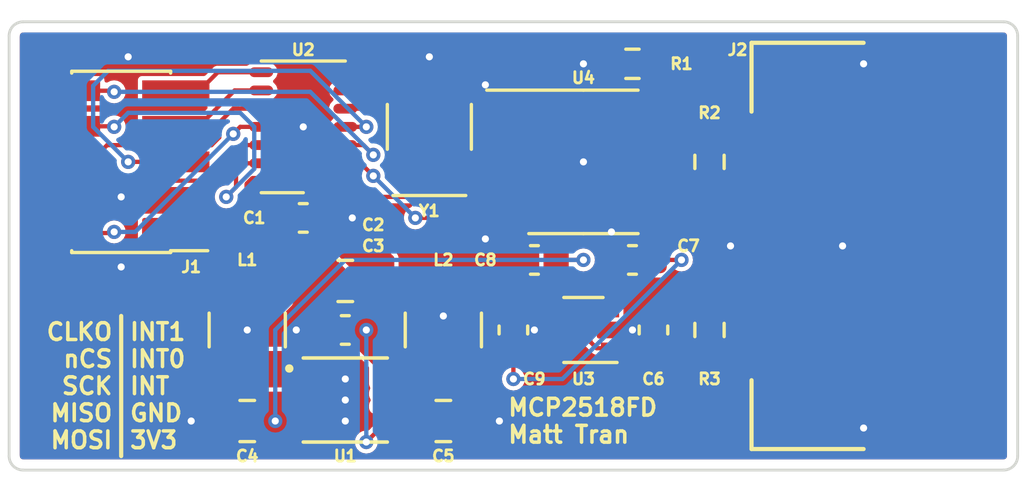
<source format=kicad_pcb>
(kicad_pcb (version 20211014) (generator pcbnew)
  (layers (0 "F.Cu" signal) (31 "B.Cu" signal) (34 "B.Paste" user) (35 "F.Paste" user) (36 "B.SilkS" user "B.Silkscreen") (37 "F.SilkS" user "F.Silkscreen") (38 "B.Mask" user) (39 "F.Mask" user) (44 "Edge.Cuts" user))
  (net 0 "")
  (net 1 "+3V3")
  (net 2 "GND")
  (net 3 "+5V")
  (net 4 "-5V")
  (net 5 "/MOSI")
  (net 6 "/MISO")
  (net 7 "/INT")
  (net 8 "/SCK")
  (net 9 "/INT0")
  (net 10 "/nCS")
  (net 11 "/INT1")
  (net 12 "/CLKO")
  (net 13 "/CANL")
  (net 14 "Net-(J2-Pad2)")
  (net 16 "/CANH")
  (net 17 "Net-(L1-Pad2)")
  (net 18 "Net-(L2-Pad1)")
  (net 19 "Net-(R1-Pad1)")
  (net 20 "Net-(U2-Pad6)")
  (net 21 "Net-(U2-Pad5)")
  (net 22 "/CAN_RX")
  (net 23 "/CAN_TX")
  (footprint "Package_SO:SOIC-8_3.9x4.9mm_P1.27mm" (layer "F.Cu") (at 160 100)
    (fp_text reference "U4" (at 0 -3) (layer "F.SilkS") (effects (font (size 0.4 0.4) (thickness 0.1))))
    (fp_text value "MCP2542FDxMF")
    (fp_line (start 0 2.56) (end 1.95 2.56) (layer "F.SilkS") (width 0.12))
    (fp_line (start 0 -2.56) (end -3.45 -2.56) (layer "F.SilkS") (width 0.12))
    (fp_line (start 0 2.56) (end -1.95 2.56) (layer "F.SilkS") (width 0.12))
    (fp_line (start 0 -2.56) (end 1.95 -2.56) (layer "F.SilkS") (width 0.12))
    (pad "1" smd roundrect locked (at -2.475 -1.905) (size 1.95 0.6) (layers "F.Cu" "F.Paste" "F.Mask") (net 23 "/CAN_TX"))
    (pad "2" smd roundrect locked (at -2.475 -0.635) (size 1.95 0.6) (layers "F.Cu" "F.Paste" "F.Mask") (net 2 "GND"))
    (pad "3" smd roundrect locked (at -2.475 0.635) (size 1.95 0.6) (layers "F.Cu" "F.Paste" "F.Mask") (net 3 "+5V"))
    (pad "4" smd roundrect locked (at -2.475 1.905) (size 1.95 0.6) (layers "F.Cu" "F.Paste" "F.Mask") (net 22 "/CAN_RX"))
    (pad "5" smd roundrect locked (at 2.475 1.905) (size 1.95 0.6) (layers "F.Cu" "F.Paste" "F.Mask") (net 1 "+3V3"))
    (pad "6" smd roundrect locked (at 2.475 0.635) (size 1.95 0.6) (layers "F.Cu" "F.Paste" "F.Mask") (net 13 "/CANL"))
    (pad "7" smd roundrect locked (at 2.475 -0.635) (size 1.95 0.6) (layers "F.Cu" "F.Paste" "F.Mask") (net 16 "/CANH"))
    (pad "8" smd roundrect locked (at 2.475 -1.905) (size 1.95 0.6) (layers "F.Cu" "F.Paste" "F.Mask") (net 19 "Net-(R1-Pad1)"))
  )
  (footprint "Capacitor_SMD:C_0603_1608Metric" (layer "F.Cu") (at 161.75 103.5)
    (fp_text reference "C7" (at 2 -0.5) (layer "F.SilkS") (effects (font (size 0.4 0.4) (thickness 0.1))))
    (fp_text value "100n")
    (fp_line (start -0.14058 0.51) (end 0.14058 0.51) (layer "F.SilkS") (width 0.12))
    (fp_line (start -0.14058 -0.51) (end 0.14058 -0.51) (layer "F.SilkS") (width 0.12))
    (pad "1" smd roundrect locked (at -0.775 0) (size 0.9 0.95) (layers "F.Cu" "F.Paste" "F.Mask") (net 2 "GND"))
    (pad "2" smd roundrect locked (at 0.775 0) (size 0.9 0.95) (layers "F.Cu" "F.Paste" "F.Mask") (net 1 "+3V3"))
  )
  (footprint "extraparts:Resonator_SMD_Murata_CSTCR-3Pin_4.5x2.0mm" (layer "F.Cu") (at 154.5 98.75 90)
    (fp_text reference "Y1" (at -3 0 180) (layer "F.SilkS") (effects (font (size 0.4 0.4) (thickness 0.1))))
    (fp_text value "4MHz")
    (fp_line (start -0.8 -1.5) (end 0.8 -1.5) (layer "F.SilkS") (width 0.12))
    (fp_line (start -2.45 -1.3) (end -2.45 1.3) (layer "F.SilkS") (width 0.12))
    (fp_line (start -0.8 1.5) (end 0.8 1.5) (layer "F.SilkS") (width 0.12))
    (pad "1" smd rect (at -1.5 0 90) (size 1 2.6) (layers "F.Cu" "F.Paste" "F.Mask") (net 21 "Net-(U2-Pad5)"))
    (pad "2" smd rect (at 0 0 90) (size 1 2.6) (layers "F.Cu" "F.Paste" "F.Mask") (net 2 "GND"))
    (pad "3" smd rect (at 1.5 0 90) (size 1 2.6) (layers "F.Cu" "F.Paste" "F.Mask") (net 20 "Net-(U2-Pad6)"))
  )
  (footprint "Package_DFN_QFN:DFN-14-1EP_3x4.5mm_P0.65mm_EP1.65x4.25mm" (layer "F.Cu") (at 150 98.75 180)
    (fp_text reference "U2" (at 0 2.75) (layer "F.SilkS") (effects (font (size 0.4 0.4) (thickness 0.1))))
    (fp_text value "MCP2517FD-xJHA")
    (fp_line (start -1.5 2.35) (end 1.5 2.35) (layer "F.SilkS") (width 0.12))
    (fp_line (start 1.5 -2.35) (end 0 -2.35) (layer "F.SilkS") (width 0.12))
    (pad "1" smd oval locked (at -1.5 -1.95 180) (size 0.85 0.35) (layers "F.Cu" "F.Paste" "F.Mask") (net 23 "/CAN_TX"))
    (pad "2" smd oval locked (at -1.5 -1.3 180) (size 0.85 0.35) (layers "F.Cu" "F.Paste" "F.Mask") (net 22 "/CAN_RX"))
    (pad "3" smd oval locked (at -1.5 -0.65 180) (size 0.85 0.35) (layers "F.Cu" "F.Paste" "F.Mask") (net 12 "/CLKO"))
    (pad "4" smd oval locked (at -1.5 0 180) (size 0.85 0.35) (layers "F.Cu" "F.Paste" "F.Mask") (net 7 "/INT"))
    (pad "5" smd oval locked (at -1.5 0.65 180) (size 0.85 0.35) (layers "F.Cu" "F.Paste" "F.Mask") (net 21 "Net-(U2-Pad5)"))
    (pad "6" smd oval locked (at -1.5 1.3 180) (size 0.85 0.35) (layers "F.Cu" "F.Paste" "F.Mask") (net 20 "Net-(U2-Pad6)"))
    (pad "7" smd oval locked (at -1.5 1.95 180) (size 0.85 0.35) (layers "F.Cu" "F.Paste" "F.Mask") (net 2 "GND"))
    (pad "8" smd oval locked (at 1.5 1.95 180) (size 0.85 0.35) (layers "F.Cu" "F.Paste" "F.Mask") (net 11 "/INT1"))
    (pad "9" smd oval locked (at 1.5 1.3 180) (size 0.85 0.35) (layers "F.Cu" "F.Paste" "F.Mask") (net 9 "/INT0"))
    (pad "10" smd oval locked (at 1.5 0.65 180) (size 0.85 0.35) (layers "F.Cu" "F.Paste" "F.Mask") (net 8 "/SCK"))
    (pad "11" smd oval locked (at 1.5 0 180) (size 0.85 0.35) (layers "F.Cu" "F.Paste" "F.Mask") (net 5 "/MOSI"))
    (pad "12" smd oval locked (at 1.5 -0.65 180) (size 0.85 0.35) (layers "F.Cu" "F.Paste" "F.Mask") (net 6 "/MISO"))
    (pad "13" smd oval locked (at 1.5 -1.3 180) (size 0.85 0.35) (layers "F.Cu" "F.Paste" "F.Mask") (net 10 "/nCS"))
    (pad "14" smd oval locked (at 1.5 -1.95 180) (size 0.85 0.35) (layers "F.Cu" "F.Paste" "F.Mask") (net 1 "+3V3"))
    (pad "15" smd rect locked (at 0 0 180) (size 1.65 4.25) (layers "F.Cu" "F.Mask") (net 2 "GND"))
  )
  (footprint "Capacitor_SMD:C_0603_1608Metric" (layer "F.Cu") (at 158.25 103.5 180)
    (fp_text reference "C8" (at 1.75 0) (layer "F.SilkS") (effects (font (size 0.4 0.4) (thickness 0.1))))
    (fp_text value "100n")
    (fp_line (start -0.14058 0.51) (end 0.14058 0.51) (layer "F.SilkS") (width 0.12))
    (fp_line (start -0.14058 -0.51) (end 0.14058 -0.51) (layer "F.SilkS") (width 0.12))
    (pad "1" smd roundrect locked (at -0.775 0 180) (size 0.9 0.95) (layers "F.Cu" "F.Paste" "F.Mask") (net 3 "+5V"))
    (pad "2" smd roundrect locked (at 0.775 0 180) (size 0.9 0.95) (layers "F.Cu" "F.Paste" "F.Mask") (net 2 "GND"))
  )
  (footprint "Package_TO_SOT_SMD:SOT-353_SC-70-5" (layer "F.Cu") (at 160 106 180)
    (fp_text reference "U3" (at 0 -1.75) (layer "F.SilkS") (effects (font (size 0.4 0.4) (thickness 0.1))))
    (fp_text value "MIC5365-3.3YC5")
    (fp_line (start -0.7 1.16) (end 0.7 1.16) (layer "F.SilkS") (width 0.12))
    (fp_line (start 0.7 -1.16) (end -1.2 -1.16) (layer "F.SilkS") (width 0.12))
    (pad "1" smd rect locked (at -0.95 -0.65 180) (size 0.65 0.4) (layers "F.Cu" "F.Paste" "F.Mask") (net 3 "+5V"))
    (pad "2" smd rect locked (at -0.95 0 180) (size 0.65 0.4) (layers "F.Cu" "F.Paste" "F.Mask") (net 2 "GND"))
    (pad "3" smd rect locked (at -0.95 0.65 180) (size 0.65 0.4) (layers "F.Cu" "F.Paste" "F.Mask") (net 3 "+5V"))
    (pad "4" smd rect locked (at 0.95 0.65 180) (size 0.65 0.4) (layers "F.Cu" "F.Paste" "F.Mask"))
    (pad "5" smd rect locked (at 0.95 -0.65 180) (size 0.65 0.4) (layers "F.Cu" "F.Paste" "F.Mask") (net 1 "+3V3"))
  )
  (footprint "extraparts:Molex_DuraClik_RH_5pin" (layer "F.Cu") (at 175.5 103 90)
    (fp_text reference "J2" (at 7 -10 180) (layer "F.SilkS") (effects (font (size 0.4 0.4) (thickness 0.1))))
    (fp_text value "CAN")
    (fp_line (start -7.25 -9.5) (end -7.25 -5.5) (layer "F.SilkS") (width 0.15))
    (fp_line (start 4.794 -9.5) (end 7.25 -9.5) (layer "F.SilkS") (width 0.15))
    (fp_line (start 7.25 -9.5) (end 7.25 -5.5) (layer "F.SilkS") (width 0.15))
    (fp_line (start -4.794 -9.5) (end -7.25 -9.5) (layer "F.SilkS") (width 0.15))
    (pad "1" smd rect (at -4 -8.23 90) (size 1.2 3.2) (layers "F.Cu" "F.Paste" "F.Mask"))
    (pad "2" smd rect (at -2 -8.23 90) (size 1.2 3.2) (layers "F.Cu" "F.Paste" "F.Mask") (net 14 "Net-(J2-Pad2)"))
    (pad "3" smd rect (at 0 -8.23 90) (size 1.2 3.2) (layers "F.Cu" "F.Paste" "F.Mask") (net 2 "GND"))
    (pad "4" smd rect (at 2 -8.23 90) (size 1.2 3.2) (layers "F.Cu" "F.Paste" "F.Mask") (net 16 "/CANH"))
    (pad "5" smd rect (at 4 -8.23 90) (size 1.2 3.2) (layers "F.Cu" "F.Paste" "F.Mask") (net 13 "/CANL"))
    (pad "MP" smd rect (at -6.55 -2.75 90) (size 1.7 4.7) (layers "F.Cu" "F.Paste" "F.Mask") (net 2 "GND"))
    (pad "MP" smd rect (at 6.55 -2.75 90) (size 1.7 4.7) (layers "F.Cu" "F.Paste" "F.Mask") (net 2 "GND"))
  )
  (footprint "Resistor_SMD:R_0603_1608Metric" (layer "F.Cu") (at 161.75 96.5 180)
    (fp_text reference "R1" (at -1.75 0) (layer "F.SilkS") (effects (font (size 0.4 0.4) (thickness 0.1))))
    (fp_text value "0")
    (fp_line (start -0.237258 0.5225) (end 0.237258 0.5225) (layer "F.SilkS") (width 0.12))
    (fp_line (start -0.237258 -0.5225) (end 0.237258 -0.5225) (layer "F.SilkS") (width 0.12))
    (pad "1" smd roundrect locked (at -0.825 0 180) (size 0.8 0.95) (layers "F.Cu" "F.Paste" "F.Mask") (net 19 "Net-(R1-Pad1)"))
    (pad "2" smd roundrect locked (at 0.825 0 180) (size 0.8 0.95) (layers "F.Cu" "F.Paste" "F.Mask") (net 2 "GND"))
  )
  (footprint "Capacitor_SMD:C_0603_1608Metric" (layer "F.Cu") (at 162.5 106 -90)
    (fp_text reference "C6" (at 1.75 0 180) (layer "F.SilkS") (effects (font (size 0.4 0.4) (thickness 0.1))))
    (fp_text value "1u")
    (fp_line (start -0.14058 -0.51) (end 0.14058 -0.51) (layer "F.SilkS") (width 0.12))
    (fp_line (start -0.14058 0.51) (end 0.14058 0.51) (layer "F.SilkS") (width 0.12))
    (pad "1" smd roundrect locked (at -0.775 0 270) (size 0.9 0.95) (layers "F.Cu" "F.Paste" "F.Mask") (net 2 "GND"))
    (pad "2" smd roundrect locked (at 0.775 0 270) (size 0.9 0.95) (layers "F.Cu" "F.Paste" "F.Mask") (net 3 "+5V"))
  )
  (footprint "Capacitor_SMD:C_0603_1608Metric" (layer "F.Cu") (at 150 102)
    (fp_text reference "C1" (at -1.75 0) (layer "F.SilkS") (effects (font (size 0.4 0.4) (thickness 0.1))))
    (fp_text value "100n")
    (fp_line (start -0.14058 0.51) (end 0.14058 0.51) (layer "F.SilkS") (width 0.12))
    (fp_line (start -0.14058 -0.51) (end 0.14058 -0.51) (layer "F.SilkS") (width 0.12))
    (pad "1" smd roundrect locked (at -0.775 0) (size 0.9 0.95) (layers "F.Cu" "F.Paste" "F.Mask") (net 1 "+3V3"))
    (pad "2" smd roundrect locked (at 0.775 0) (size 0.9 0.95) (layers "F.Cu" "F.Paste" "F.Mask") (net 2 "GND"))
  )
  (footprint "Capacitor_SMD:C_0805_2012Metric" (layer "F.Cu") (at 151.5 104.25)
    (fp_text reference "C2" (at 1 -2) (layer "F.SilkS") (effects (font (size 0.4 0.4) (thickness 0.1))))
    (fp_text value "10u")
    (fp_line (start -0.261252 -0.735) (end 0.261252 -0.735) (layer "F.SilkS") (width 0.12))
    (fp_line (start -0.261252 0.735) (end 0.261252 0.735) (layer "F.SilkS") (width 0.12))
    (pad "1" smd roundrect locked (at -0.95 0) (size 1 1.45) (layers "F.Cu" "F.Paste" "F.Mask") (net 2 "GND"))
    (pad "2" smd roundrect locked (at 0.95 0) (size 1 1.45) (layers "F.Cu" "F.Paste" "F.Mask") (net 1 "+3V3"))
  )
  (footprint "Capacitor_SMD:C_0805_2012Metric" (layer "F.Cu") (at 148 109.25)
    (fp_text reference "C4" (at 0 1.25) (layer "F.SilkS") (effects (font (size 0.4 0.4) (thickness 0.1))))
    (fp_text value "10u")
    (fp_line (start -0.261252 0.735) (end 0.261252 0.735) (layer "F.SilkS") (width 0.12))
    (fp_line (start -0.261252 -0.735) (end 0.261252 -0.735) (layer "F.SilkS") (width 0.12))
    (pad "1" smd roundrect (at -0.95 0) (size 1 1.45) (layers "F.Cu" "F.Paste" "F.Mask") (net 2 "GND"))
    (pad "2" smd roundrect (at 0.95 0) (size 1 1.45) (layers "F.Cu" "F.Paste" "F.Mask") (net 3 "+5V"))
  )
  (footprint "extraparts:Texas_DPD0012A" (layer "F.Cu") (at 151.5 108.5)
    (fp_text reference "U1" (at 0 2 unlocked) (layer "F.SilkS") (effects (font (size 0.4 0.4) (thickness 0.1))))
    (fp_text value "TPS65133")
    (fp_line (start -1.5 1.5) (end 1.5 1.5) (layer "F.SilkS") (width 0.127))
    (fp_line (start -1.5 -1.5) (end 1.5 -1.5) (layer "F.SilkS") (width 0.127))
    (fp_circle (center -2 -1.125) (end -1.925 -1.125) (layer "F.SilkS") (width 0.15) (fill none))
    (pad "1" smd roundrect (at -1.4 -1.125) (size 0.6 0.2) (layers "F.Cu" "F.Paste" "F.Mask") (roundrect_rratio 0.5) (net 17 "Net-(L1-Pad2)"))
    (pad "2" smd roundrect (at -1.4 -0.675) (size 0.6 0.2) (layers "F.Cu" "F.Paste" "F.Mask") (roundrect_rratio 0.5) (net 2 "GND"))
    (pad "3" smd roundrect (at -1.4 -0.225) (size 0.6 0.2) (layers "F.Cu" "F.Paste" "F.Mask") (roundrect_rratio 0.5) (net 3 "+5V"))
    (pad "4" smd roundrect (at -1.4 0.225) (size 0.6 0.2) (layers "F.Cu" "F.Paste" "F.Mask") (roundrect_rratio 0.5) (net 2 "GND"))
    (pad "5" smd roundrect (at -1.4 0.675) (size 0.6 0.2) (layers "F.Cu" "F.Paste" "F.Mask") (roundrect_rratio 0.5) (net 2 "GND"))
    (pad "6" smd roundrect (at -1.4 1.125) (size 0.6 0.2) (layers "F.Cu" "F.Paste" "F.Mask") (roundrect_rratio 0.5) (net 2 "GND"))
    (pad "7" smd roundrect (at 1.4 1.125) (size 0.6 0.2) (layers "F.Cu" "F.Paste" "F.Mask") (roundrect_rratio 0.5) (net 1 "+3V3"))
    (pad "8" smd roundrect (at 1.4 0.675) (size 0.6 0.2) (layers "F.Cu" "F.Paste" "F.Mask") (roundrect_rratio 0.5) (net 2 "GND"))
    (pad "9" smd roundrect (at 1.4 0.225) (size 0.6 0.2) (layers "F.Cu" "F.Paste" "F.Mask") (roundrect_rratio 0.5) (net 4 "-5V"))
    (pad "10" smd roundrect (at 1.4 -0.225) (size 0.6 0.2) (layers "F.Cu" "F.Paste" "F.Mask") (roundrect_rratio 0.5) (net 18 "Net-(L2-Pad1)"))
    (pad "11" smd roundrect (at 1.4 -0.675) (size 0.6 0.2) (layers "F.Cu" "F.Paste" "F.Mask") (roundrect_rratio 0.5) (net 1 "+3V3"))
    (pad "12" smd roundrect (at 1.4 -1.125) (size 0.6 0.2) (layers "F.Cu" "F.Paste" "F.Mask") (roundrect_rratio 0.5) (net 1 "+3V3"))
    (pad "13" smd rect (at 0 0) (size 1.21 2.02) (layers "F.Cu" "F.Paste" "F.Mask") (net 2 "GND"))
  )
  (footprint "Connector_PinHeader_1.27mm:PinHeader_2x05_P1.27mm_Vertical_SMD" (layer "F.Cu") (at 143.5 100 180)
    (fp_text reference "J1" (at -2.5 -3.75) (layer "F.SilkS") (effects (font (size 0.4 0.4) (thickness 0.1))))
    (fp_text value "SPI")
    (fp_line (start -1.765 -3.235) (end -1.765 -3.17) (layer "F.SilkS") (width 0.12))
    (fp_line (start 1.765 -3.235) (end 1.765 -3.17) (layer "F.SilkS") (width 0.12))
    (fp_line (start -1.765 3.17) (end -1.765 3.235) (layer "F.SilkS") (width 0.12))
    (fp_line (start -1.765 3.235) (end 1.765 3.235) (layer "F.SilkS") (width 0.12))
    (fp_line (start -1.765 -3.235) (end 1.765 -3.235) (layer "F.SilkS") (width 0.12))
    (fp_line (start -3.09 -3.17) (end -1.765 -3.17) (layer "F.SilkS") (width 0.12))
    (fp_line (start 1.765 3.17) (end 1.765 3.235) (layer "F.SilkS") (width 0.12))
    (pad "1" smd rect locked (at -1.95 -2.54 180) (size 2.4 0.74) (layers "F.Cu" "F.Paste" "F.Mask") (net 1 "+3V3"))
    (pad "2" smd rect locked (at 1.95 -2.54 180) (size 2.4 0.74) (layers "F.Cu" "F.Paste" "F.Mask") (net 5 "/MOSI"))
    (pad "3" smd rect locked (at -1.95 -1.27 180) (size 2.4 0.74) (layers "F.Cu" "F.Paste" "F.Mask") (net 2 "GND"))
    (pad "4" smd rect locked (at 1.95 -1.27 180) (size 2.4 0.74) (layers "F.Cu" "F.Paste" "F.Mask") (net 6 "/MISO"))
    (pad "5" smd rect locked (at -1.95 0 180) (size 2.4 0.74) (layers "F.Cu" "F.Paste" "F.Mask") (net 7 "/INT"))
    (pad "6" smd rect locked (at 1.95 0 180) (size 2.4 0.74) (layers "F.Cu" "F.Paste" "F.Mask") (net 8 "/SCK"))
    (pad "7" smd rect locked (at -1.95 1.27 180) (size 2.4 0.74) (layers "F.Cu" "F.Paste" "F.Mask") (net 9 "/INT0"))
    (pad "8" smd rect locked (at 1.95 1.27 180) (size 2.4 0.74) (layers "F.Cu" "F.Paste" "F.Mask") (net 10 "/nCS"))
    (pad "9" smd rect locked (at -1.95 2.54 180) (size 2.4 0.74) (layers "F.Cu" "F.Paste" "F.Mask") (net 11 "/INT1"))
    (pad "10" smd rect locked (at 1.95 2.54 180) (size 2.4 0.74) (layers "F.Cu" "F.Paste" "F.Mask") (net 12 "/CLKO"))
  )
  (footprint "Inductor_SMD:L_1210_3225Metric" (layer "F.Cu") (at 148 106 -90)
    (fp_text reference "L1" (at -2.5 0 180) (layer "F.SilkS") (effects (font (size 0.4 0.4) (thickness 0.1))))
    (fp_text value "10u")
    (fp_line (start -0.602064 1.36) (end 0.602064 1.36) (layer "F.SilkS") (width 0.12))
    (fp_line (start -0.602064 -1.36) (end 0.602064 -1.36) (layer "F.SilkS") (width 0.12))
    (pad "1" smd roundrect locked (at -1.4 0 270) (size 1.25 2.65) (layers "F.Cu" "F.Paste" "F.Mask") (roundrect_rratio 0.2) (net 1 "+3V3"))
    (pad "2" smd roundrect locked (at 1.4 0 270) (size 1.25 2.65) (layers "F.Cu" "F.Paste" "F.Mask") (roundrect_rratio 0.2) (net 17 "Net-(L1-Pad2)"))
  )
  (footprint "Capacitor_SMD:C_0603_1608Metric" (layer "F.Cu") (at 151.5 106 180)
    (fp_text reference "C3" (at -1 3) (layer "F.SilkS") (effects (font (size 0.4 0.4) (thickness 0.1))))
    (fp_text value "100n")
    (fp_line (start -0.14058 -0.51) (end 0.14058 -0.51) (layer "F.SilkS") (width 0.12))
    (fp_line (start -0.14058 0.51) (end 0.14058 0.51) (layer "F.SilkS") (width 0.12))
    (pad "1" smd roundrect locked (at -0.775 0 180) (size 0.9 0.95) (layers "F.Cu" "F.Paste" "F.Mask") (net 1 "+3V3"))
    (pad "2" smd roundrect locked (at 0.775 0 180) (size 0.9 0.95) (layers "F.Cu" "F.Paste" "F.Mask") (net 2 "GND"))
  )
  (footprint "Capacitor_SMD:C_0603_1608Metric" (layer "F.Cu") (at 157.5 106 90)
    (fp_text reference "C9" (at -1.75 0.75 180) (layer "F.SilkS") (effects (font (size 0.4 0.4) (thickness 0.1))))
    (fp_text value "1u")
    (fp_line (start -0.14058 0.51) (end 0.14058 0.51) (layer "F.SilkS") (width 0.12))
    (fp_line (start -0.14058 -0.51) (end 0.14058 -0.51) (layer "F.SilkS") (width 0.12))
    (pad "1" smd roundrect locked (at -0.775 0 90) (size 0.9 0.95) (layers "F.Cu" "F.Paste" "F.Mask") (net 1 "+3V3"))
    (pad "2" smd roundrect locked (at 0.775 0 90) (size 0.9 0.95) (layers "F.Cu" "F.Paste" "F.Mask") (net 2 "GND"))
  )
  (footprint "Inductor_SMD:L_1210_3225Metric" (layer "F.Cu") (at 155 106 90)
    (fp_text reference "L2" (at 2.5 0 180) (layer "F.SilkS") (effects (font (size 0.4 0.4) (thickness 0.1))))
    (fp_text value "10u")
    (fp_line (start -0.602064 -1.36) (end 0.602064 -1.36) (layer "F.SilkS") (width 0.12))
    (fp_line (start -0.602064 1.36) (end 0.602064 1.36) (layer "F.SilkS") (width 0.12))
    (pad "1" smd roundrect locked (at -1.4 0 90) (size 1.25 2.65) (layers "F.Cu" "F.Paste" "F.Mask") (roundrect_rratio 0.2) (net 18 "Net-(L2-Pad1)"))
    (pad "2" smd roundrect locked (at 1.4 0 90) (size 1.25 2.65) (layers "F.Cu" "F.Paste" "F.Mask") (roundrect_rratio 0.2) (net 2 "GND"))
  )
  (footprint "Resistor_SMD:R_0603_1608Metric" (layer "F.Cu") (at 164.5 106 -90)
    (fp_text reference "R3" (at 1.75 0 180) (layer "F.SilkS") (effects (font (size 0.4 0.4) (thickness 0.1))))
    (fp_text value "0")
    (fp_line (start -0.237258 -0.5225) (end 0.237258 -0.5225) (layer "F.SilkS") (width 0.12))
    (fp_line (start -0.237258 0.5225) (end 0.237258 0.5225) (layer "F.SilkS") (width 0.12))
    (pad "1" smd roundrect locked (at -0.825 0 270) (size 0.8 0.95) (layers "F.Cu" "F.Paste" "F.Mask") (net 14 "Net-(J2-Pad2)"))
    (pad "2" smd roundrect locked (at 0.825 0 270) (size 0.8 0.95) (layers "F.Cu" "F.Paste" "F.Mask") (net 3 "+5V"))
  )
  (footprint "Resistor_SMD:R_0603_1608Metric" (layer "F.Cu") (at 164.5 100 -90)
    (fp_text reference "R2" (at -1.75 0 180) (layer "F.SilkS") (effects (font (size 0.4 0.4) (thickness 0.1))))
    (fp_text value "120")
    (fp_line (start -0.237258 -0.5225) (end 0.237258 -0.5225) (layer "F.SilkS") (width 0.12))
    (fp_line (start -0.237258 0.5225) (end 0.237258 0.5225) (layer "F.SilkS") (width 0.12))
    (pad "1" smd roundrect locked (at -0.825 0 270) (size 0.8 0.95) (layers "F.Cu" "F.Paste" "F.Mask") (net 16 "/CANH"))
    (pad "2" smd roundrect locked (at 0.825 0 270) (size 0.8 0.95) (layers "F.Cu" "F.Paste" "F.Mask") (net 13 "/CANL"))
  )
  (footprint "Capacitor_SMD:C_0805_2012Metric" (layer "F.Cu") (at 155 109.25)
    (fp_text reference "C5" (at 0 1.25) (layer "F.SilkS") (effects (font (size 0.4 0.4) (thickness 0.1))))
    (fp_text value "10u")
    (fp_line (start -0.261252 0.735) (end 0.261252 0.735) (layer "F.SilkS") (width 0.12))
    (fp_line (start -0.261252 -0.735) (end 0.261252 -0.735) (layer "F.SilkS") (width 0.12))
    (pad "1" smd roundrect (at -0.95 0) (size 1 1.45) (layers "F.Cu" "F.Paste" "F.Mask") (net 4 "-5V"))
    (pad "2" smd roundrect (at 0.95 0) (size 1 1.45) (layers "F.Cu" "F.Paste" "F.Mask") (net 2 "GND"))
  )
  (gr_line (start 143.5 110.5) (end 143.5 105.5) (layer "F.SilkS") (width 0.15))
  (gr_arc (start 140 111) (mid 139.646447 110.853553) (end 139.5 110.5) (layer "Edge.Cuts") (width 0.1))
  (gr_line (start 139.5 95.5) (end 139.5 110.5) (layer "Edge.Cuts") (width 0.1))
  (gr_line (start 140 111) (end 175 111) (layer "Edge.Cuts") (width 0.1))
  (gr_line (start 175 95) (end 140 95) (layer "Edge.Cuts") (width 0.1))
  (gr_arc (start 139.5 95.5) (mid 139.646447 95.146447) (end 140 95) (layer "Edge.Cuts") (width 0.1))
  (gr_arc (start 175 95) (mid 175.353553 95.146447) (end 175.5 95.5) (layer "Edge.Cuts") (width 0.1))
  (gr_arc (start 175.5 110.5) (mid 175.353553 110.853553) (end 175 111) (layer "Edge.Cuts") (width 0.1))
  (gr_line (start 175.5 110.5) (end 175.5 95.5) (layer "Edge.Cuts") (width 0.1))
  (gr_text "CLKO\nnCS\nSCK\nMISO\nMOSI" (at 143.25 108) (layer "F.SilkS") (effects (font (size 0.6 0.6) (thickness 0.125)) (justify right)))
  (gr_text "MCP2518FD\nMatt Tran" (at 157.25 109.25) (layer "F.SilkS") (effects (font (size 0.6 0.6) (thickness 0.125)) (justify left)))
  (gr_text "INT1\nINT0\nINT\nGND\n3V3" (at 143.75 108) (layer "F.SilkS") (effects (font (size 0.6 0.6) (thickness 0.125)) (justify left)))
  (segment (start 157.625 106.65) (end 157.5 106.775) (width 0.1524) (layer "F.Cu") (net 1))
  (segment (start 159.05 106.65) (end 157.625 106.65) (width 0.1524) (layer "F.Cu") (net 1))
  (segment (start 156.725 106) (end 157.5 106.775) (width 0.1524) (layer "F.Cu") (net 1))
  (segment (start 152.9 109.625) (end 152.625 109.625) (width 0.1524) (layer "F.Cu") (net 1))
  (segment (start 162.525 103.5) (end 163.5 103.5) (width 0.1524) (layer "F.Cu") (net 1))
  (segment (start 162.525 101.955) (end 162.475 101.905) (width 0.1524) (layer "F.Cu") (net 1))
  (segment (start 162.525 103.5) (end 162.525 101.955) (width 0.1524) (layer "F.Cu") (net 1))
  (segment (start 157.5 106.775) (end 157.5 107.75) (width 0.1524) (layer "F.Cu") (net 1))
  (segment (start 152.275 106) (end 156.725 106) (width 0.1524) (layer "F.Cu") (net 1))
  (segment (start 152.625 109.625) (end 152.25 110) (width 0.1524) (layer "F.Cu") (net 1))
  (via (at 163.5 103.5) (size 0.508) (drill 0.254) (layers "F.Cu" "B.Cu") (net 1))
  (via (at 152.25 110) (size 0.508) (drill 0.254) (layers "F.Cu" "B.Cu") (net 1))
  (via (at 157.5 107.75) (size 0.508) (drill 0.254) (layers "F.Cu" "B.Cu") (net 1))
  (via (at 152.25 106) (size 0.508) (drill 0.254) (layers "F.Cu" "B.Cu") (net 1))
  (segment (start 163.5 103.5) (end 159.25 107.75) (width 0.1524) (layer "B.Cu") (net 1))
  (segment (start 159.25 107.75) (end 157.5 107.75) (width 0.1524) (layer "B.Cu") (net 1))
  (segment (start 152.25 110) (end 152.25 106) (width 0.1524) (layer "B.Cu") (net 1))
  (via (at 143.5 103.75) (size 0.508) (drill 0.254) (layers "F.Cu" "B.Cu") (net 2))
  (via (at 169.25 103) (size 0.508) (drill 0.254) (layers "F.Cu" "B.Cu") (net 2))
  (via (at 165.25 103) (size 0.508) (drill 0.254) (layers "F.Cu" "B.Cu") (net 2))
  (via (at 149.75 106) (size 0.508) (drill 0.254) (layers "F.Cu" "B.Cu") (net 2))
  (via (at 155 105.5) (size 0.508) (drill 0.254) (layers "F.Cu" "B.Cu") (net 2))
  (via (at 161 102.5) (size 0.508) (drill 0.254) (layers "F.Cu" "B.Cu") (net 2))
  (via (at 151.5 109.25) (size 0.508) (drill 0.254) (layers "F.Cu" "B.Cu") (net 2))
  (via (at 151.75 102) (size 0.508) (drill 0.254) (layers "F.Cu" "B.Cu") (net 2))
  (via (at 151.5 107.75) (size 0.508) (drill 0.254) (layers "F.Cu" "B.Cu") (net 2))
  (via (at 170 109.5) (size 0.508) (drill 0.254) (layers "F.Cu" "B.Cu") (net 2))
  (via (at 160 96.5) (size 0.508) (drill 0.254) (layers "F.Cu" "B.Cu") (net 2))
  (via (at 154.5 96.25) (size 0.508) (drill 0.254) (layers "F.Cu" "B.Cu") (net 2))
  (via (at 170 96.5) (size 0.508) (drill 0.254) (layers "F.Cu" "B.Cu") (net 2))
  (via (at 156.5 102.75) (size 0.508) (drill 0.254) (layers "F.Cu" "B.Cu") (net 2))
  (via (at 161.75 106) (size 0.508) (drill 0.254) (layers "F.Cu" "B.Cu") (net 2))
  (via (at 150 98.75) (size 0.508) (drill 0.254) (layers "F.Cu" "B.Cu") (net 2))
  (via (at 156.5 97.25) (size 0.508) (drill 0.254) (layers "F.Cu" "B.Cu") (net 2))
  (via (at 151.5 108.5) (size 0.508) (drill 0.254) (layers "F.Cu" "B.Cu") (net 2))
  (via (at 158.25 106) (size 0.508) (drill 0.254) (layers "F.Cu" "B.Cu") (net 2))
  (via (at 160 100) (size 0.508) (drill 0.254) (layers "F.Cu" "B.Cu") (net 2))
  (via (at 146 109.25) (size 0.508) (drill 0.254) (layers "F.Cu" "B.Cu") (net 2))
  (via (at 143.75 96.25) (size 0.508) (drill 0.254) (layers "F.Cu" "B.Cu") (net 2))
  (via (at 157 109.25) (size 0.508) (drill 0.254) (layers "F.Cu" "B.Cu") (net 2))
  (via (at 148 106) (size 0.508) (drill 0.254) (layers "F.Cu" "B.Cu") (net 2))
  (via (at 143.5 101.25) (size 0.508) (drill 0.254) (layers "F.Cu" "B.Cu") (net 2))
  (segment (start 158.235 100.635) (end 157.525 100.635) (width 0.1524) (layer "F.Cu") (net 3))
  (segment (start 162.55 106.825) (end 162.5 106.775) (width 0.1524) (layer "F.Cu") (net 3))
  (segment (start 160.95 106.65) (end 160.4726 106.65) (width 0.1524) (layer "F.Cu") (net 3))
  (segment (start 160.25 104.725) (end 159.025 103.5) (width 0.1524) (layer "F.Cu") (net 3))
  (segment (start 160.4726 106.65) (end 160.25 106.4274) (width 0.1524) (layer "F.Cu") (net 3))
  (segment (start 164.5 106.825) (end 162.55 106.825) (width 0.1524) (layer "F.Cu") (net 3))
  (segment (start 160.95 105.35) (end 160.25 105.35) (width 0.1524) (layer "F.Cu") (net 3))
  (segment (start 160.25 105.35) (end 160.25 104.725) (width 0.1524) (layer "F.Cu") (net 3))
  (segment (start 160.95 106.65) (end 162.375 106.65) (width 0.1524) (layer "F.Cu") (net 3))
  (segment (start 160.25 106.4274) (end 160.25 105.35) (width 0.1524) (layer "F.Cu") (net 3))
  (segment (start 159.025 103.5) (end 159.025 101.425) (width 0.1524) (layer "F.Cu") (net 3))
  (segment (start 159.025 103.5) (end 160 103.5) (width 0.1524) (layer "F.Cu") (net 3))
  (segment (start 159.025 101.425) (end 158.235 100.635) (width 0.1524) (layer "F.Cu") (net 3))
  (segment (start 162.375 106.65) (end 162.5 106.775) (width 0.1524) (layer "F.Cu") (net 3))
  (via (at 160 103.5) (size 0.508) (drill 0.254) (layers "F.Cu" "B.Cu") (net 3))
  (via (at 149 109.25) (size 0.508) (drill 0.254) (layers "F.Cu" "B.Cu") (net 3))
  (segment (start 151.5 103.5) (end 160 103.5) (width 0.1524) (layer "B.Cu") (net 3))
  (segment (start 149 109.25) (end 149 106) (width 0.1524) (layer "B.Cu") (net 3))
  (segment (start 149 106) (end 151.5 103.5) (width 0.1524) (layer "B.Cu") (net 3))
  (segment (start 148.5 98.75) (end 147.75 98.75) (width 0.1524) (layer "F.Cu") (net 5))
  (segment (start 141.55 102.54) (end 143.21 102.54) (width 0.1524) (layer "F.Cu") (net 5))
  (segment (start 143.21 102.54) (end 143.25 102.5) (width 0.1524) (layer "F.Cu") (net 5))
  (segment (start 147.75 98.75) (end 147.5 99) (width 0.1524) (layer "F.Cu") (net 5))
  (via (at 147.5 99) (size 0.508) (drill 0.254) (layers "F.Cu" "B.Cu") (net 5))
  (via (at 143.25 102.5) (size 0.508) (drill 0.254) (layers "F.Cu" "B.Cu") (net 5))
  (segment (start 143.25 102.5) (end 144 102.5) (width 0.1524) (layer "B.Cu") (net 5))
  (segment (start 144 102.5) (end 147.5 99) (width 0.1524) (layer "B.Cu") (net 5))
  (segment (start 147.95 99.4) (end 146.678111 100.671889) (width 0.1524) (layer "F.Cu") (net 6))
  (segment (start 146.678111 100.671889) (end 142.978111 100.671889) (width 0.1524) (layer "F.Cu") (net 6))
  (segment (start 142.38 101.27) (end 141.55 101.27) (width 0.1524) (layer "F.Cu") (net 6))
  (segment (start 142.978111 100.671889) (end 142.38 101.27) (width 0.1524) (layer "F.Cu") (net 6))
  (segment (start 148.5 99.4) (end 147.95 99.4) (width 0.1524) (layer "F.Cu") (net 6))
  (segment (start 145.45 100) (end 143.75 100) (width 0.1524) (layer "F.Cu") (net 7))
  (segment (start 151.5 98.75) (end 152.25 98.75) (width 0.1524) (layer "F.Cu") (net 7))
  (via (at 143.75 100) (size 0.508) (drill 0.254) (layers "F.Cu" "B.Cu") (net 7))
  (via (at 152.25 98.75) (size 0.508) (drill 0.254) (layers "F.Cu" "B.Cu") (net 7))
  (segment (start 142.5 97.284096) (end 143.034096 96.75) (width 0.1524) (layer "B.Cu") (net 7))
  (segment (start 142.5 98.75) (end 142.5 97.284096) (width 0.1524) (layer "B.Cu") (net 7))
  (segment (start 143.75 100) (end 142.5 98.75) (width 0.1524) (layer "B.Cu") (net 7))
  (segment (start 143.034096 96.75) (end 150.25 96.75) (width 0.1524) (layer "B.Cu") (net 7))
  (segment (start 150.25 96.75) (end 152.25 98.75) (width 0.1524) (layer "B.Cu") (net 7))
  (segment (start 147 99.128111) (end 146.726222 99.401889) (width 0.1524) (layer "F.Cu") (net 8))
  (segment (start 147.5 98.1) (end 147 98.6) (width 0.1524) (layer "F.Cu") (net 8))
  (segment (start 148.5 98.1) (end 147.5 98.1) (width 0.1524) (layer "F.Cu") (net 8))
  (segment (start 147 98.6) (end 147 99.128111) (width 0.1524) (layer "F.Cu") (net 8))
  (segment (start 146.726222 99.401889) (end 142.998111 99.401889) (width 0.1524) (layer "F.Cu") (net 8))
  (segment (start 142.998111 99.401889) (end 142.4 100) (width 0.1524) (layer "F.Cu") (net 8))
  (segment (start 142.4 100) (end 141.55 100) (width 0.1524) (layer "F.Cu") (net 8))
  (segment (start 148.5 97.45) (end 147.55 97.45) (width 0.1524) (layer "F.Cu") (net 9))
  (segment (start 147.55 97.45) (end 146.27 98.73) (width 0.1524) (layer "F.Cu") (net 9))
  (segment (start 146.27 98.73) (end 145.45 98.73) (width 0.1524) (layer "F.Cu") (net 9))
  (segment (start 147.6 100.3) (end 147.6 100.9) (width 0.1524) (layer "F.Cu") (net 10))
  (segment (start 148.5 100.05) (end 147.85 100.05) (width 0.1524) (layer "F.Cu") (net 10))
  (segment (start 147.85 100.05) (end 147.6 100.3) (width 0.1524) (layer "F.Cu") (net 10))
  (segment (start 147.6 100.9) (end 147.25 101.25) (width 0.1524) (layer "F.Cu") (net 10))
  (segment (start 143.23 98.73) (end 143.25 98.75) (width 0.1524) (layer "F.Cu") (net 10))
  (segment (start 141.55 98.73) (end 143.23 98.73) (width 0.1524) (layer "F.Cu") (net 10))
  (via (at 147.25 101.25) (size 0.508) (drill 0.254) (layers "F.Cu" "B.Cu") (net 10))
  (via (at 143.25 98.75) (size 0.508) (drill 0.254) (layers "F.Cu" "B.Cu") (net 10))
  (segment (start 148.25 100.25) (end 148.25 98.75) (width 0.1524) (layer "B.Cu") (net 10))
  (segment (start 147.75 98.25) (end 143.75 98.25) (width 0.1524) (layer "B.Cu") (net 10))
  (segment (start 143.75 98.25) (end 143.25 98.75) (width 0.1524) (layer "B.Cu") (net 10))
  (segment (start 148.25 98.75) (end 147.75 98.25) (width 0.1524) (layer "B.Cu") (net 10))
  (segment (start 147.25 101.25) (end 148.25 100.25) (width 0.1524) (layer "B.Cu") (net 10))
  (segment (start 146.95 96.8) (end 146.29 97.46) (width 0.1524) (layer "F.Cu") (net 11))
  (segment (start 146.29 97.46) (end 145.45 97.46) (width 0.1524) (layer "F.Cu") (net 11))
  (segment (start 148.5 96.8) (end 146.95 96.8) (width 0.1524) (layer "F.Cu") (net 11))
  (segment (start 151.5 99.4) (end 152.15 99.4) (width 0.1524) (layer "F.Cu") (net 12))
  (segment (start 152.15 99.4) (end 152.5 99.75) (width 0.1524) (layer "F.Cu") (net 12))
  (segment (start 141.55 97.46) (end 143.21 97.46) (width 0.1524) (layer "F.Cu") (net 12))
  (segment (start 143.21 97.46) (end 143.25 97.5) (width 0.1524) (layer "F.Cu") (net 12))
  (via (at 152.5 99.75) (size 0.508) (drill 0.254) (layers "F.Cu" "B.Cu") (net 12))
  (via (at 143.25 97.5) (size 0.508) (drill 0.254) (layers "F.Cu" "B.Cu") (net 12))
  (segment (start 150.25 97.5) (end 152.5 99.75) (width 0.1524) (layer "B.Cu") (net 12))
  (segment (start 143.25 97.5) (end 150.25 97.5) (width 0.1524) (layer "B.Cu") (net 12))
  (segment (start 164.5 100.825) (end 166.325 99) (width 0.1524) (layer "F.Cu") (net 13))
  (segment (start 162.475 100.635) (end 164.31 100.635) (width 0.1524) (layer "F.Cu") (net 13))
  (segment (start 166.325 99) (end 167.27 99) (width 0.1524) (layer "F.Cu") (net 13))
  (segment (start 164.31 100.635) (end 164.5 100.825) (width 0.1524) (layer "F.Cu") (net 13))
  (segment (start 167.27 105) (end 164.675 105) (width 0.1524) (layer "F.Cu") (net 14))
  (segment (start 164.675 105) (end 164.5 105.175) (width 0.1524) (layer "F.Cu") (net 14))
  (segment (start 168.27 101) (end 167.27 101) (width 0.1524) (layer "F.Cu") (net 16))
  (segment (start 169.25 100.02) (end 168.27 101) (width 0.1524) (layer "F.Cu") (net 16))
  (segment (start 164.5 99.175) (end 164.5 98.5) (width 0.1524) (layer "F.Cu") (net 16))
  (segment (start 169.25 98.323778) (end 169.25 100.02) (width 0.1524) (layer "F.Cu") (net 16))
  (segment (start 164.5 98.5) (end 165 98) (width 0.1524) (layer "F.Cu") (net 16))
  (segment (start 165 98) (end 168.926222 98) (width 0.1524) (layer "F.Cu") (net 16))
  (segment (start 164.31 99.365) (end 164.5 99.175) (width 0.1524) (layer "F.Cu") (net 16))
  (segment (start 162.475 99.365) (end 164.31 99.365) (width 0.1524) (layer "F.Cu") (net 16))
  (segment (start 168.926222 98) (end 169.25 98.323778) (width 0.1524) (layer "F.Cu") (net 16))
  (segment (start 162.575 97.995) (end 162.475 98.095) (width 0.1524) (layer "F.Cu") (net 19))
  (segment (start 162.575 96.5) (end 162.575 97.995) (width 0.1524) (layer "F.Cu") (net 19))
  (segment (start 154.3 97.45) (end 154.5 97.25) (width 0.1524) (layer "F.Cu") (net 20))
  (segment (start 151.5 97.45) (end 154.3 97.45) (width 0.1524) (layer "F.Cu") (net 20))
  (segment (start 152.6 98.1) (end 152.971889 98.471889) (width 0.1524) (layer "F.Cu") (net 21))
  (segment (start 152.971889 99.521889) (end 153.7 100.25) (width 0.1524) (layer "F.Cu") (net 21))
  (segment (start 153.7 100.25) (end 154.5 100.25) (width 0.1524) (layer "F.Cu") (net 21))
  (segment (start 151.5 98.1) (end 152.6 98.1) (width 0.1524) (layer "F.Cu") (net 21))
  (segment (start 152.971889 98.471889) (end 152.971889 99.521889) (width 0.1524) (layer "F.Cu") (net 21))
  (segment (start 157.43 102) (end 157.525 101.905) (width 0.1524) (layer "F.Cu") (net 22))
  (segment (start 152.05 100.05) (end 152.5 100.5) (width 0.1524) (layer "F.Cu") (net 22))
  (segment (start 151.5 100.05) (end 152.05 100.05) (width 0.1524) (layer "F.Cu") (net 22))
  (segment (start 154 102) (end 157.43 102) (width 0.1524) (layer "F.Cu") (net 22))
  (via (at 154 102) (size 0.508) (drill 0.254) (layers "F.Cu" "B.Cu") (net 22))
  (via (at 152.5 100.5) (size 0.508) (drill 0.254) (layers "F.Cu" "B.Cu") (net 22))
  (segment (start 152.5 100.5) (end 154 102) (width 0.1524) (layer "B.Cu") (net 22))
  (segment (start 156.855 98.095) (end 157.525 98.095) (width 0.1524) (layer "F.Cu") (net 23))
  (segment (start 151.75 101.25) (end 156 101.25) (width 0.1524) (layer "F.Cu") (net 23))
  (segment (start 151.5 101) (end 151.75 101.25) (width 0.1524) (layer "F.Cu") (net 23))
  (segment (start 156 101.25) (end 156.25 101) (width 0.1524) (layer "F.Cu") (net 23))
  (segment (start 151.5 100.7) (end 151.5 101) (width 0.1524) (layer "F.Cu") (net 23))
  (segment (start 156.25 98.7) (end 156.855 98.095) (width 0.1524) (layer "F.Cu") (net 23))
  (segment (start 156.25 101) (end 156.25 98.7) (width 0.1524) (layer "F.Cu") (net 23))
  (zone (net 3) (net_name "+5V") (layer "F.Cu") (priority 1) (connect_pads yes (clearance 0.1524)) (min_thickness 0.1524) (fill yes (thermal_gap 0.508) (thermal_bridge_width 0.508))
    (polygon (pts (xy 150.5 108.4) (xy 149.85 108.4) (xy 149.5 108.75) (xy 149.5 109.85) (xy 149.35 110) (xy 148.55 110) (xy 148.4 109.85) (xy 148.4 108.3) (xy 148.55 108.15) (xy 149.45 108.15) (xy 149.8 108.15) (xy 150.5 108.15)))
  )
  (zone (net 1) (net_name "+3V3") (layer "F.Cu") (priority 2) (connect_pads yes (clearance 0.1524)) (min_thickness 0.1524) (fill yes (thermal_gap 0.508) (thermal_bridge_width 0.508))
    (polygon (pts (xy 149 101.25) (xy 149.25 101.5) (xy 149.75 101.5) (xy 150 101.75) (xy 150 102.4) (xy 150.25 102.65) (xy 152.5 102.65) (xy 153.25 103.4) (xy 153.25 108) (xy 152.5 108) (xy 152.5 107.25) (xy 151.75 106.5) (xy 151.75 103.85) (xy 151.25 103.35) (xy 150 103.35) (xy 149.5 103.85) (xy 149.5 105) (xy 149.25 105.25) (xy 146.5 105.25) (xy 144.25 103) (xy 144.25 102) (xy 147.4 102) (xy 147.9 101.5) (xy 147.9 100.75) (xy 148.15 100.5) (xy 149 100.5)))
  )
  (zone (net 18) (net_name "Net-(L2-Pad1)") (layer "F.Cu") (priority 1) (connect_pads yes (clearance 0.1524)) (min_thickness 0.1524) (fill yes (thermal_gap 0.508) (thermal_bridge_width 0.508))
    (polygon (pts (xy 156.35 106.9) (xy 156.35 107.9) (xy 156.2 108.05) (xy 155.85 108.4) (xy 155.15 108.4) (xy 152.5 108.4) (xy 152.5 108.15) (xy 153.25 108.15) (xy 153.65 107.75) (xy 153.65 106.9) (xy 153.8 106.75) (xy 156.2 106.75)))
  )
  (zone (net 17) (net_name "Net-(L1-Pad2)") (layer "F.Cu") (priority 2) (connect_pads yes (clearance 0.1524)) (min_thickness 0.1524) (fill yes (thermal_gap 0.508) (thermal_bridge_width 0.508))
    (polygon (pts (xy 149.8 107.25) (xy 150.5 107.25) (xy 150.5 107.5) (xy 149.8 107.5) (xy 149.25 108.05) (xy 146.8 108.05) (xy 146.55 107.8) (xy 146.55 107) (xy 146.8 106.75) (xy 149.3 106.75)))
  )
  (zone (net 4) (net_name "-5V") (layer "F.Cu") (priority 2) (connect_pads yes (clearance 0.1524)) (min_thickness 0.1524) (fill yes (thermal_gap 0.508) (thermal_bridge_width 0.508))
    (polygon (pts (xy 154.6 108.7) (xy 154.6 109.8) (xy 154.4 110) (xy 153.7 110) (xy 153.5 109.8) (xy 153.5 109.2) (xy 153.15 108.85) (xy 152.5 108.85) (xy 152.5 108.6) (xy 153.55 108.6) (xy 153.65 108.5) (xy 154.4 108.5)))
  )
  (zone (net 2) (net_name "GND") (layers F&B.Cu) (connect_pads yes (clearance 0.1524)) (min_thickness 0.1524) (fill yes (thermal_gap 0.508) (thermal_bridge_width 0.508))
    (polygon (pts (xy 175.5 111) (xy 139.5 111) (xy 139.5 95) (xy 175.5 95)))
  )
)
</source>
